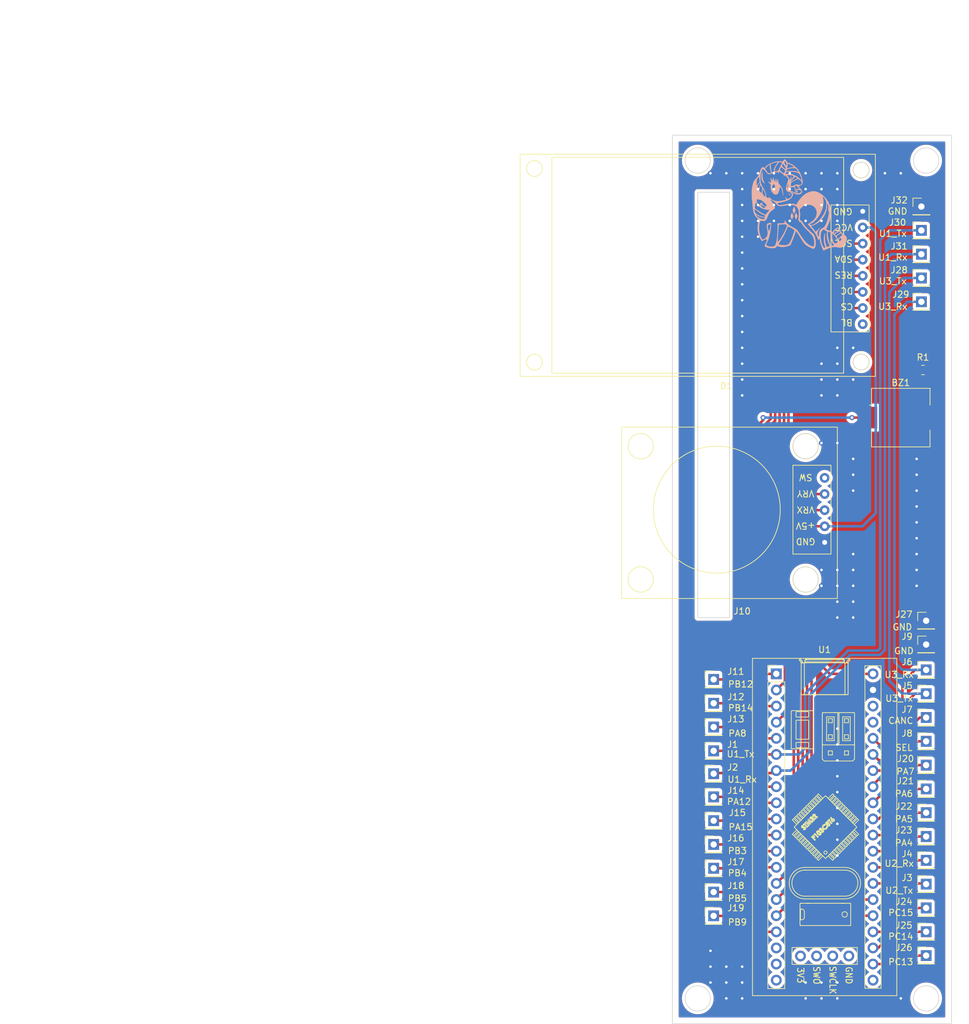
<source format=kicad_pcb>
(kicad_pcb (version 20211014) (generator pcbnew)
  (layers (0 "F.Cu" signal) (31 "B.Cu" signal) (34 "B.Paste" user) (35 "F.Paste" user) (36 "B.SilkS" user "B.Silkscreen") (37 "F.SilkS" user "F.Silkscreen") (38 "B.Mask" user) (39 "F.Mask" user) (44 "Edge.Cuts" user))
  (net 0 "")
  (net 1 "Net-(J11-Pad1)")
  (net 2 "/uC_buzz")
  (net 3 "Net-(J12-Pad1)")
  (net 4 "Net-(BZ1-Pad2)")
  (net 5 "Net-(J13-Pad1)")
  (net 6 "GND")
  (net 7 "/uC_3.3V")
  (net 8 "/uC_SCK")
  (net 9 "Net-(J14-Pad1)")
  (net 10 "Net-(J15-Pad1)")
  (net 11 "Net-(J16-Pad1)")
  (net 12 "Net-(J17-Pad1)")
  (net 13 "Net-(J18-Pad1)")
  (net 14 "/uC_MOSI")
  (net 15 "/uC_RES")
  (net 16 "/uC_DC")
  (net 17 "Net-(J19-Pad1)")
  (net 18 "/uC_CS")
  (net 22 "Net-(J20-Pad1)")
  (net 23 "Net-(J21-Pad1)")
  (net 24 "Net-(J22-Pad1)")
  (net 25 "/uC_UART1_Tx")
  (net 26 "/uC_UART1_Rx")
  (net 27 "/uC_UART2_Tx")
  (net 28 "/uC_UART2_Rx")
  (net 29 "Net-(J23-Pad1)")
  (net 30 "Net-(J24-Pad1)")
  (net 31 "Net-(J25-Pad1)")
  (net 32 "Net-(J26-Pad1)")
  (net 33 "/uC_UART3_Tx")
  (net 34 "/uC_UART3_Rx")
  (net 35 "/uC_CANCEL")
  (net 36 "/uC_SELECT")
  (net 44 "/uC_ADC0")
  (net 45 "/uC_ADC1")
  (net 46 "/uC_5V")
  (footprint "Connector_PinHeader_2.54mm:PinHeader_1x01_P2.54mm_Vertical" (layer "F.Cu") (at 112.5 118)
    (fp_text reference "J1" (at 3 -1) (layer "F.SilkS"))
    (fp_text value "Conn_01x01_Male")
    (pad "1" thru_hole rect (at 0 0) (size 1.7 1.7) (drill 1) (layers *.Cu *.Mask) (net 25 "/uC_UART1_Tx"))
  )
  (footprint "Connector_PinHeader_2.54mm:PinHeader_1x01_P2.54mm_Vertical" (layer "F.Cu") (at 145.25 39.75)
    (fp_text reference "J31" (at -3.5 -1.25) (layer "F.SilkS"))
    (fp_text value "Conn_01x01_Male")
    (pad "1" thru_hole rect (at 0 0) (size 1.7 1.7) (drill 1) (layers *.Cu *.Mask) (net 26 "/uC_UART1_Rx"))
  )
  (footprint "Connector_PinHeader_2.54mm:PinHeader_1x01_P2.54mm_Vertical" (layer "F.Cu") (at 146 142.75)
    (fp_text reference "J24" (at -3.5 -1) (layer "F.SilkS"))
    (fp_text value "Conn_01x01_Male")
    (pad "1" thru_hole rect (at 0 0) (size 1.7 1.7) (drill 1) (layers *.Cu *.Mask) (net 30 "Net-(J24-Pad1)"))
  )
  (footprint "Connector_PinHeader_2.54mm:PinHeader_1x01_P2.54mm_Vertical" (layer "F.Cu") (at 146 120.25)
    (fp_text reference "J20" (at -3.25 -1) (layer "F.SilkS"))
    (fp_text value "Conn_01x01_Male")
    (pad "1" thru_hole rect (at 0 0) (size 1.7 1.7) (drill 1) (layers *.Cu *.Mask) (net 22 "Net-(J20-Pad1)"))
  )
  (footprint "Connector_PinHeader_2.54mm:PinHeader_1x01_P2.54mm_Vertical" (layer "F.Cu") (at 146 139)
    (fp_text reference "J3" (at -3 -1) (layer "F.SilkS"))
    (fp_text value "Conn_01x01_Male")
    (pad "1" thru_hole rect (at 0 0) (size 1.7 1.7) (drill 1) (layers *.Cu *.Mask) (net 27 "/uC_UART2_Tx"))
  )
  (footprint "Connector_PinHeader_2.54mm:PinHeader_1x01_P2.54mm_Vertical" (layer "F.Cu") (at 112.5 106.75)
    (fp_text reference "J11" (at 3.5 -1.25) (layer "F.SilkS"))
    (fp_text value "Conn_01x01_Male")
    (pad "1" thru_hole rect (at 0 0) (size 1.7 1.7) (drill 1) (layers *.Cu *.Mask) (net 1 "Net-(J11-Pad1)"))
  )
  (footprint "Displays_Ali:Display_Ali (ST7735)" (layer "F.Cu") (at 110 40 180)
    (fp_text reference "D1" (at -4.5 -20.5 unlocked) (layer "F.SilkS"))
    (fp_text value "Display_Ali" hide)
    (fp_text user "VCC" (at -23 4.5 180 unlocked) (layer "F.SilkS"))
    (fp_text user "DC" (at -23.5 -5.5 180 unlocked) (layer "F.SilkS"))
    (fp_text user "SDA" (at -23 -0.5 180 unlocked) (layer "F.SilkS"))
    (fp_text user "SCL" (at -23 2 180 unlocked) (layer "F.SilkS"))
    (fp_text user "GND" (at -22.86 7 180 unlocked) (layer "F.SilkS"))
    (fp_text user "RES" (at -23 -3 180 unlocked) (layer "F.SilkS"))
    (fp_text user "BL" (at -23.5 -10.5 180 unlocked) (layer "F.SilkS"))
    (fp_text user "CS" (at -23.5 -8 180 unlocked) (layer "F.SilkS"))
    (pad "1" thru_hole circle (at -26 7 180) (size 1.524 1.524) (drill 0.762) (layers *.Cu *.Mask) (net 6 "GND"))
    (pad "2" thru_hole circle (at -26 4.46 180) (size 1.524 1.524) (drill 0.762) (layers *.Cu *.Mask) (net 7 "/uC_3.3V"))
    (pad "3" thru_hole circle (at -26 1.92 180) (size 1.524 1.524) (drill 0.762) (layers *.Cu *.Mask) (net 8 "/uC_SCK"))
    (pad "4" thru_hole circle (at -26 -0.62 180) (size 1.524 1.524) (drill 0.762) (layers *.Cu *.Mask) (net 14 "/uC_MOSI"))
    (pad "5" thru_hole circle (at -26 -3.16 180) (size 1.524 1.524) (drill 0.762) (layers *.Cu *.Mask) (net 15 "/uC_RES"))
    (pad "6" thru_hole circle (at -26 -5.7 180) (size 1.524 1.524) (drill 0.762) (layers *.Cu *.Mask) (net 16 "/uC_DC"))
    (pad "7" thru_hole circle (at -26 -8.24 180) (size 1.524 1.524) (drill 0.762) (layers *.Cu *.Mask) (net 18 "/uC_CS"))
    (pad "8" thru_hole circle (at -26 -10.78 180) (size 1.524 1.524) (drill 0.762) (layers *.Cu *.Mask))
  )
  (footprint "Connector_PinHeader_2.54mm:PinHeader_1x01_P2.54mm_Vertical" (layer "F.Cu") (at 112.5 140.25)
    (fp_text reference "J18" (at 3.5 -1) (layer "F.SilkS"))
    (fp_text value "Conn_01x01_Male")
    (pad "1" thru_hole rect (at 0 0) (size 1.7 1.7) (drill 1) (layers *.Cu *.Mask) (net 13 "Net-(J18-Pad1)"))
  )
  (footprint "Connector_PinHeader_2.54mm:PinHeader_1x01_P2.54mm_Vertical" (layer "F.Cu") (at 145.25 43.5)
    (fp_text reference "J28" (at -3.5 -1.25) (layer "F.SilkS"))
    (fp_text value "Conn_01x01_Male")
    (pad "1" thru_hole rect (at 0 0) (size 1.7 1.7) (drill 1) (layers *.Cu *.Mask) (net 33 "/uC_UART3_Tx"))
  )
  (footprint "Connector_PinHeader_2.54mm:PinHeader_1x01_P2.54mm_Vertical" (layer "F.Cu") (at 112.5 132.75)
    (fp_text reference "J16" (at 3.5 -1) (layer "F.SilkS"))
    (fp_text value "Conn_01x01_Male")
    (pad "1" thru_hole rect (at 0 0) (size 1.7 1.7) (drill 1) (layers *.Cu *.Mask) (net 11 "Net-(J16-Pad1)"))
  )
  (footprint "Connector_PinHeader_2.54mm:PinHeader_1x01_P2.54mm_Vertical" (layer "F.Cu") (at 145.25 36)
    (fp_text reference "J30" (at -3.75 -1.25) (layer "F.SilkS"))
    (fp_text value "Conn_01x01_Male")
    (pad "1" thru_hole rect (at 0 0) (size 1.7 1.7) (drill 1) (layers *.Cu *.Mask) (net 25 "/uC_UART1_Tx"))
  )
  (footprint "Connector_PinHeader_2.54mm:PinHeader_1x01_P2.54mm_Vertical" (layer "F.Cu") (at 146 135.25)
    (fp_text reference "J4" (at -3 -1) (layer "F.SilkS"))
    (fp_text value "Conn_01x01_Male")
    (pad "1" thru_hole rect (at 0 0) (size 1.7 1.7) (drill 1) (layers *.Cu *.Mask) (net 28 "/uC_UART2_Rx"))
  )
  (footprint "Connector_PinHeader_2.54mm:PinHeader_1x01_P2.54mm_Vertical" (layer "F.Cu") (at 146 105.25)
    (fp_text reference "J6" (at -3 -1.25) (layer "F.SilkS"))
    (fp_text value "Conn_01x01_Male")
    (pad "1" thru_hole rect (at 0 0) (size 1.7 1.7) (drill 1) (layers *.Cu *.Mask) (net 34 "/uC_UART3_Rx"))
  )
  (footprint "Project_Library:YAAJ_BluePill_SWD_1" (layer "F.Cu") (at 122.38 105.87)
    (fp_text reference "U1" (at 7.62 -3.81) (layer "F.SilkS"))
    (fp_text value "YAAJ_BluePill_Part_Like_SWD_Breakout" hide)
    (fp_text user "GND" (at 11.43 47.498 270 unlocked) (layer "F.SilkS") (effects (font (size 1 0.9))))
    (fp_text user "SWCLK" (at 8.89 48.26 270 unlocked) (layer "F.SilkS") (effects (font (size 1 0.9))))
    (fp_text user "3V3" (at 3.81 47.498 270 unlocked) (layer "F.SilkS") (effects (font (size 1 0.9))))
    (fp_text user "SWO" (at 6.35 47.498 270 unlocked) (layer "F.SilkS") (effects (font (size 1 0.9))))
    (pad "1" thru_hole rect (at 0 0) (size 1.7 1.7) (drill 1) (layers *.Cu *.Mask) (net 1 "Net-(J11-Pad1)"))
    (pad "2" thru_hole circle (at 0 2.54) (size 1.7 1.7) (drill 1) (layers *.Cu *.Mask) (net 8 "/uC_SCK"))
    (pad "3" thru_hole circle (at 0 5.08) (size 1.7 1.7) (drill 1) (layers *.Cu *.Mask) (net 3 "Net-(J12-Pad1)"))
    (pad "4" thru_hole circle (at 0 7.62) (size 1.7 1.7) (drill 1) (layers *.Cu *.Mask) (net 14 "/uC_MOSI"))
    (pad "5" thru_hole circle (at 0 10.16) (size 1.7 1.7) (drill 1) (layers *.Cu *.Mask) (net 5 "Net-(J13-Pad1)"))
    (pad "6" thru_hole circle (at 0 12.7) (size 1.7 1.7) (drill 1) (layers *.Cu *.Mask) (net 25 "/uC_UART1_Tx"))
    (pad "7" thru_hole circle (at 0 15.24) (size 1.7 1.7) (drill 1) (layers *.Cu *.Mask) (net 26 "/uC_UART1_Rx"))
    (pad "8" thru_hole circle (at 0 17.78) (size 1.7 1.7) (drill 1) (layers *.Cu *.Mask) (net 2 "/uC_buzz"))
    (pad "9" thru_hole circle (at 0 20.32) (size 1.7 1.7) (drill 1) (layers *.Cu *.Mask) (net 9 "Net-(J14-Pad1)"))
    (pad "10" thru_hole circle (at 0 22.86) (size 1.7 1.7) (drill 1) (layers *.Cu *.Mask) (net 10 "Net-(J15-Pad1)"))
    (pad "11" thru_hole circle (at 0 25.4) (size 1.7 1.7) (drill 1) (layers *.Cu *.Mask) (net 11 "Net-(J16-Pad1)"))
    (pad "12" thru_hole circle (at 0 27.94) (size 1.7 1.7) (drill 1) (layers *.Cu *.Mask) (net 12 "Net-(J17-Pad1)"))
    (pad "13" thru_hole circle (at 0 30.48) (size 1.7 1.7) (drill 1) (layers *.Cu *.Mask) (net 13 "Net-(J18-Pad1)"))
    (pad "14" thru_hole circle (at 0 33.02) (size 1.7 1.7) (drill 1) (layers *.Cu *.Mask) (net 15 "/uC_RES"))
    (pad "15" thru_hole circle (at 0 35.56) (size 1.7 1.7) (drill 1) (layers *.Cu *.Mask) (net 16 "/uC_DC"))
    (pad "16" thru_hole circle (at 0 38.1) (size 1.7 1.7) (drill 1) (layers *.Cu *.Mask) (net 18 "/uC_CS"))
    (pad "17" thru_hole circle (at 0 40.64) (size 1.7 1.7) (drill 1) (layers *.Cu *.Mask) (net 17 "Net-(J19-Pad1)"))
    (pad "18" thru_hole circle (at 0 43.18) (size 1.7 1.7) (drill 1) (layers *.Cu *.Mask) (net 46 "/uC_5V"))
    (pad "19" thru_hole circle (at 0 45.72) (size 1.7 1.7) (drill 1) (layers *.Cu *.Mask))
    (pad "20" thru_hole circle (at 0 48.26) (size 1.7 1.7) (drill 1) (layers *.Cu *.Mask))
    (pad "21" thru_hole circle (at 15.24 48.26) (size 1.7 1.7) (drill 1) (layers *.Cu *.Mask))
    (pad "22" thru_hole circle (at 15.24 45.72) (size 1.7 1.7) (drill 1) (layers *.Cu *.Mask) (net 32 "Net-(J26-Pad1)"))
    (pad "23" thru_hole circle (at 15.24 43.18) (size 1.7 1.7) (drill 1) (layers *.Cu *.Mask) (net 31 "Net-(J25-Pad1)"))
    (pad "24" thru_hole circle (at 15.24 40.64) (size 1.7 1.7) (drill 1) (layers *.Cu *.Mask) (net 30 "Net-(J24-Pad1)"))
    (pad "25" thru_hole circle (at 15.24 38.1) (size 1.7 1.7) (drill 1) (layers *.Cu *.Mask) (net 44 "/uC_ADC0"))
    (pad "26" thru_hole circle (at 15.24 35.56) (size 1.7 1.7) (drill 1) (layers *.Cu *.Mask) (net 45 "/uC_ADC1"))
    (pad "27" thru_hole circle (at 15.24 33.02) (size 1.7 1.7) (drill 1) (layers *.Cu *.Mask) (net 27 "/uC_UART2_Tx"))
    (pad "28" thru_hole circle (at 15.24 30.48) (size 1.7 1.7) (drill 1) (layers *.Cu *.Mask) (net 28 "/uC_UART2_Rx"))
    (pad "29" thru_hole circle (at 15.24 27.94) (size 1.7 1.7) (drill 1) (layers *.Cu *.Mask) (net 29 "Net-(J23-Pad1)"))
    (pad "30" thru_hole circle (at 15.24 25.4) (size 1.7 1.7) (drill 1) (layers *.Cu *.Mask) (net 24 "Net-(J22-Pad1)"))
    (pad "31" thru_hole circle (at 15.24 22.86) (size 1.7 1.7) (drill 1) (layers *.Cu *.Mask) (net 23 "Net-(J21-Pad1)"))
    (pad "32" thru_hole circle (at 15.24 20.32) (size 1.7 1.7) (drill 1) (layers *.Cu *.Mask) (net 22 "Net-(J20-Pad1)"))
    (pad "33" thru_hole circle (at 15.24 17.78) (size 1.7 1.7) (drill 1) (layers *.Cu *.Mask) (net 36 "/uC_SELECT"))
    (pad "34" thru_hole circle (at 15.24 15.24) (size 1.7 1.7) (drill 1) (layers *.Cu *.Mask) (net 35 "/uC_CANCEL"))
    (pad "35" thru_hole circle (at 15.24 12.7) (size 1.7 1.7) (drill 1) (layers *.Cu *.Mask) (net 33 "/uC_UART3_Tx"))
    (pad "36" thru_hole circle (at 15.24 10.16) (size 1.7 1.7) (drill 1) (layers *.Cu *.Mask) (net 34 "/uC_UART3_Rx"))
    (pad "37" thru_hole circle (at 15.24 7.62) (size 1.7 1.7) (drill 1) (layers *.Cu *.Mask))
    (pad "38" thru_hole circle (at 15.24 5.08) (size 1.7 1.7) (drill 1) (layers *.Cu *.Mask))
    (pad "39" thru_hole circle (at 15.24 2.54) (size 1.7 1.7) (drill 1) (layers *.Cu *.Mask) (net 6 "GND"))
    (pad "40" thru_hole circle (at 15.24 0) (size 1.7 1.7) (drill 1) (layers *.Cu *.Mask) (net 7 "/uC_3.3V"))
    (pad "41" thru_hole circle (at 11.43 44.45) (size 1.7 1.7) (drill 1) (layers *.Cu *.Mask))
    (pad "42" thru_hole circle (at 8.89 44.45) (size 1.7 1.7) (drill 1) (layers *.Cu *.Mask))
    (pad "43" thru_hole circle (at 6.35 44.45) (size 1.7 1.7) (drill 1) (layers *.Cu *.Mask))
    (pad "44" thru_hole circle (at 3.81 44.45) (size 1.7 1.7) (drill 1) (layers *.Cu *.Mask))
  )
  (footprint "Connector_PinHeader_2.54mm:PinHeader_1x01_P2.54mm_Vertical" (layer "F.Cu") (at 146 131.5)
    (fp_text reference "J23" (at -3.5 -1) (layer "F.SilkS"))
    (fp_text value "Conn_01x01_Male")
    (pad "1" thru_hole rect (at 0 0) (size 1.7 1.7) (drill 1) (layers *.Cu *.Mask) (net 29 "Net-(J23-Pad1)"))
  )
  (footprint "Connector_PinHeader_2.54mm:PinHeader_1x01_P2.54mm_Vertical" (layer "F.Cu") (at 112.5 129)
    (fp_text reference "J15" (at 3.75 -1.25) (layer "F.SilkS"))
    (fp_text value "Conn_01x01_Male")
    (pad "1" thru_hole rect (at 0 0) (size 1.7 1.7) (drill 1) (layers *.Cu *.Mask) (net 10 "Net-(J15-Pad1)"))
  )
  (footprint "Connector_PinHeader_2.54mm:PinHeader_1x01_P2.54mm_Vertical" (layer "F.Cu") (at 146 124)
    (fp_text reference "J21" (at -3.25 -1.25) (layer "F.SilkS"))
    (fp_text value "Conn_01x01_Male")
    (pad "1" thru_hole rect (at 0 0) (size 1.7 1.7) (drill 1) (layers *.Cu *.Mask) (net 23 "Net-(J21-Pad1)"))
  )
  (footprint "Connector_PinHeader_2.54mm:PinHeader_1x01_P2.54mm_Vertical" (layer "F.Cu") (at 146 109)
    (fp_text reference "J5" (at -3 -1.25) (layer "F.SilkS"))
    (fp_text value "Conn_01x01_Male")
    (pad "1" thru_hole rect (at 0 0) (size 1.7 1.7) (drill 1) (layers *.Cu *.Mask) (net 33 "/uC_UART3_Tx"))
  )
  (footprint "Resistor_SMD:R_0805_2012Metric_Pad1.20x1.40mm_HandSolder" (layer "F.Cu") (at 145.5 58 180)
    (fp_text reference "R1" (at 0 2) (layer "F.SilkS"))
    (fp_text value "R_Small")
    (pad "1" smd roundrect (at -1 0 180) (size 1.2 1.4) (layers "F.Cu" "F.Paste" "F.Mask") (roundrect_rratio 0.2083333333) (net 4 "Net-(BZ1-Pad2)"))
    (pad "2" smd roundrect (at 1 0 180) (size 1.2 1.4) (layers "F.Cu" "F.Paste" "F.Mask") (roundrect_rratio 0.2083333333) (net 6 "GND"))
  )
  (footprint "Connector_PinHeader_2.54mm:PinHeader_1x01_P2.54mm_Vertical" (layer "F.Cu") (at 112.5 121.6)
    (fp_text reference "J2" (at 3 -1) (layer "F.SilkS"))
    (fp_text value "Conn_01x01_Male")
    (pad "1" thru_hole rect (at 0 0) (size 1.7 1.7) (drill 1) (layers *.Cu *.Mask) (net 26 "/uC_UART1_Rx"))
  )
  (footprint "Connector_PinHeader_2.54mm:PinHeader_1x01_P2.54mm_Vertical" (layer "F.Cu") (at 112.5 114.25)
    (fp_text reference "J13" (at 3.5 -1.25) (layer "F.SilkS"))
    (fp_text value "Conn_01x01_Male")
    (pad "1" thru_hole rect (at 0 0) (size 1.7 1.7) (drill 1) (layers *.Cu *.Mask) (net 5 "Net-(J13-Pad1)"))
  )
  (footprint "Connector_PinHeader_2.54mm:PinHeader_1x01_P2.54mm_Vertical" (layer "F.Cu") (at 112.5 144)
    (fp_text reference "J19" (at 3.5 -1.25) (layer "F.SilkS"))
    (fp_text value "Conn_01x01_Male")
    (pad "1" thru_hole rect (at 0 0) (size 1.7 1.7) (drill 1) (layers *.Cu *.Mask) (net 17 "Net-(J19-Pad1)"))
  )
  (footprint "Buzzer_Beeper:Buzzer_Murata_PKMCS0909E" (layer "F.Cu") (at 142 65.5)
    (fp_text reference "BZ1" (at 0 -5.5) (layer "F.SilkS"))
    (fp_text value "Buzzer")
    (pad "1" smd rect (at -4.35 0) (size 1.3 3.4) (layers "F.Cu" "F.Paste" "F.Mask") (net 2 "/uC_buzz"))
    (pad "2" smd rect (at 4.35 0) (size 1.3 3.4) (layers "F.Cu" "F.Paste" "F.Mask") (net 4 "Net-(BZ1-Pad2)"))
  )
  (footprint "Connector_PinHeader_2.54mm:PinHeader_1x01_P2.54mm_Vertical" (layer "F.Cu") (at 146 97.5)
    (fp_text reference "J27" (at -3.5 -1) (layer "F.SilkS"))
    (fp_text value "Conn_01x01_Male")
    (pad "1" thru_hole rect (at 0 0) (size 1.7 1.7) (drill 1) (layers *.Cu *.Mask) (net 6 "GND"))
  )
  (footprint "Connector_PinHeader_2.54mm:PinHeader_1x01_P2.54mm_Vertical" (layer "F.Cu") (at 112.5 136.5)
    (fp_text reference "J17" (at 3.5 -1) (layer "F.SilkS"))
    (fp_text value "Conn_01x01_Male")
    (pad "1" thru_hole rect (at 0 0) (size 1.7 1.7) (drill 1) (layers *.Cu *.Mask) (net 12 "Net-(J17-Pad1)"))
  )
  (footprint "Connector_PinHeader_2.54mm:PinHeader_1x01_P2.54mm_Vertical" (layer "F.Cu") (at 145.25 32.25)
    (fp_text reference "J32" (at -3.5 -1) (layer "F.SilkS"))
    (fp_text value "Conn_01x01_Male")
    (pad "1" thru_hole rect (at 0 0) (size 1.7 1.7) (drill 1) (layers *.Cu *.Mask) (net 6 "GND"))
  )
  (footprint "Connector_PinHeader_2.54mm:PinHeader_1x01_P2.54mm_Vertical" (layer "F.Cu") (at 146 116.5)
    (fp_text reference "J8" (at -3 -1.25) (layer "F.SilkS"))
    (fp_text value "Conn_01x01_Male")
    (pad "1" thru_hole rect (at 0 0) (size 1.7 1.7) (drill 1) (layers *.Cu *.Mask) (net 36 "/uC_SELECT"))
  )
  (footprint "Connector_PinHeader_2.54mm:PinHeader_1x01_P2.54mm_Vertical" (layer "F.Cu") (at 112.5 125.25)
    (fp_text reference "J14" (at 3.5 -1) (layer "F.SilkS"))
    (fp_text value "Conn_01x01_Male")
    (pad "1" thru_hole rect (at 0 0) (size 1.7 1.7) (drill 1) (layers *.Cu *.Mask) (net 9 "Net-(J14-Pad1)"))
  )
  (footprint "Connector_PinHeader_2.54mm:PinHeader_1x01_P2.54mm_Vertical" (layer "F.Cu") (at 146 150.25)
    (fp_text reference "J26" (at -3.5 -1.25) (layer "F.SilkS"))
    (fp_text value "Conn_01x01_Male")
    (pad "1" thru_hole rect (at 0 0) (size 1.7 1.7) (drill 1) (layers *.Cu *.Mask) (net 32 "Net-(J26-Pad1)"))
  )
  (footprint "Connector_PinHeader_2.54mm:PinHeader_1x01_P2.54mm_Vertical" (layer "F.Cu") (at 146 146.5)
    (fp_text reference "J25" (at -3.5 -1) (layer "F.SilkS"))
    (fp_text value "Conn_01x01_Male")
    (pad "1" thru_hole rect (at 0 0) (size 1.7 1.7) (drill 1) (layers *.Cu *.Mask) (net 31 "Net-(J25-Pad1)"))
  )
  (footprint "Connector_PinHeader_2.54mm:PinHeader_1x01_P2.54mm_Vertical" (layer "F.Cu") (at 112.5 110.5)
    (fp_text reference "J12" (at 3.5 -1) (layer "F.SilkS"))
    (fp_text value "Conn_01x01_Male")
    (pad "1" thru_hole rect (at 0 0) (size 1.7 1.7) (drill 1) (layers *.Cu *.Mask) (net 3 "Net-(J12-Pad1)"))
  )
  (footprint "Connector_PinHeader_2.54mm:PinHeader_1x01_P2.54mm_Vertical" (layer "F.Cu") (at 145.25 47.25)
    (fp_text reference "J29" (at -3.25 -1.15) (layer "F.SilkS"))
    (fp_text value "Conn_01x01_Male")
    (pad "1" thru_hole rect (at 0 0) (size 1.7 1.7) (drill 1) (layers *.Cu *.Mask) (net 34 "/uC_UART3_Rx"))
  )
  (footprint "Connector_PinHeader_2.54mm:PinHeader_1x01_P2.54mm_Vertical" (layer "F.Cu") (at 146 101.25)
    (fp_text reference "J9" (at -3 -1.25) (layer "F.SilkS"))
    (fp_text value "Conn_01x01_Male")
    (pad "1" thru_hole rect (at 0 0) (size 1.7 1.7) (drill 1) (layers *.Cu *.Mask) (net 6 "GND"))
  )
  (footprint "Connector_PinHeader_2.54mm:PinHeader_1x01_P2.54mm_Vertical" (layer "F.Cu") (at 146 127.75)
    (fp_text reference "J22" (at -3.5 -1) (layer "F.SilkS"))
    (fp_text value "Conn_01x01_Male")
    (pad "1" thru_hole rect (at 0 0) (size 1.7 1.7) (drill 1) (layers *.Cu *.Mask) (net 24 "Net-(J22-Pad1)"))
  )
  (footprint "Connector_PinHeader_2.54mm:PinHeader_1x01_P2.54mm_Vertical" (layer "F.Cu") (at 146 112.75)
    (fp_text reference "J7" (at -3 -1.25) (layer "F.SilkS"))
    (fp_text value "Conn_01x01_Male")
    (pad "1" thru_hole rect (at 0 0) (size 1.7 1.7) (drill 1) (layers *.Cu *.Mask) (net 35 "/uC_CANCEL"))
  )
  (footprint "joypads:Joypad_Ali" (layer "F.Cu") (at 115 80 180)
    (fp_text reference "J10" (at -2 -16 unlocked) (layer "F.SilkS"))
    (fp_text value "Joypad_Ali" hide)
    (fp_text user "VRY" (at -12 2.54 180 unlocked) (layer "F.SilkS"))
    (fp_text user "GND" (at -12 -5 180 unlocked) (layer "F.SilkS"))
    (fp_text user "+5V" (at -12 -2.54 180 unlocked) (layer "F.SilkS"))
    (fp_text user "VRX" (at -12 0 180 unlocked) (layer "F.SilkS"))
    (fp_text user "SW" (at -12 5.08 180 unlocked) (layer "F.SilkS"))
    (pad "1" thru_hole circle (at -15 5 180) (size 1.524 1.524) (drill 0.762) (layers *.Cu *.Mask))
    (pad "2" thru_hole circle (at -15 2.46 180) (size 1.524 1.524) (drill 0.762) (layers *.Cu *.Mask) (net 44 "/uC_ADC0"))
    (pad "3" thru_hole circle (at -15 -0.08 180) (size 1.524 1.524) (drill 0.762) (layers *.Cu *.Mask) (net 45 "/uC_ADC1"))
    (pad "4" thru_hole circle (at -15 -2.62 180) (size 1.524 1.524) (drill 0.762) (layers *.Cu *.Mask) (net 7 "/uC_3.3V"))
    (pad "5" thru_hole circle (at -15 -5.16 180) (size 1.524 1.524) (drill 0.762) (layers *.Cu *.Mask) (net 6 "GND"))
  )
  (footprint "LOGO" (layer "B.Cu") (at 126 32 180)
    (fp_text reference "G***" hide)
    (fp_text value "LOGO" hide)
  )
  (gr_rect (start 110 30) (end 115 97) (layer "Edge.Cuts") (width 0.1) (fill none))
  (gr_circle (center 146 157) (end 148 157) (layer "Edge.Cuts") (width 0.1) (fill none))
  (gr_circle (center 146 25) (end 148 25) (layer "Edge.Cuts") (width 0.1) (fill none))
  (gr_rect (start 106 21) (end 150 161) (layer "Edge.Cuts") (width 0.1) (fill none))
  (gr_circle (center 135.75 26.5) (end 137 26.5) (layer "Edge.Cuts") (width 0.1) (fill none))
  (gr_circle (center 110 25) (end 112 25) (layer "Edge.Cuts") (width 0.1) (fill none))
  (gr_circle (center 135.75 56.75) (end 137 56.75) (layer "Edge.Cuts") (width 0.1) (fill none))
  (gr_circle (center 110 157) (end 112 157) (layer "Edge.Cuts") (width 0.1) (fill none))
  (gr_circle (center 127 91) (end 129 91) (layer "Edge.Cuts") (width 0.1) (fill none))
  (gr_circle (center 127 70) (end 129 70) (layer "Edge.Cuts") (width 0.1) (fill none))
  (gr_text "PB14" (at 116.75 111.25) (layer "F.SilkS") (effects (font (size 1 1))))
  (gr_text "GND" (at 141.5 33) (layer "F.SilkS") (effects (font (size 1 1))))
  (gr_text "U1_Tx" (at 140.75 36.5) (layer "F.SilkS") (effects (font (size 1 1))))
  (gr_text "U2_Tx" (at 141.75 140) (layer "F.SilkS") (effects (font (size 1 1))))
  (gr_text "PA4" (at 142.5 132.5) (layer "F.SilkS") (effects (font (size 1 1))))
  (gr_text "GND" (at 142.25 98.5) (layer "F.SilkS") (effects (font (size 1 1))))
  (gr_text "PA5" (at 142.5 128.75) (layer "F.SilkS") (effects (font (size 1 1))))
  (gr_text "U1_Rx" (at 140.75 40.25) (layer "F.SilkS") (effects (font (size 1 1))))
  (gr_text "SEL" (at 142.5 117.5) (layer "F.SilkS") (effects (font (size 1 1))))
  (gr_text "PA8" (at 116.25 115.25) (layer "F.SilkS") (effects (font (size 1 1))))
  (gr_text "PB4" (at 116.25 137.25) (layer "F.SilkS") (effects (font (size 1 1))))
  (gr_text "PC15" (at 142 143.5) (layer "F.SilkS") (effects (font (size 1 1))))
  (gr_text "U3_Tx" (at 140.75 44) (layer "F.SilkS") (effects (font (size 1 1))))
  (gr_text "PA12" (at 116.5 126) (layer "F.SilkS") (effects (font (size 1 1))))
  (gr_text "U3_Rx" (at 140.75 48) (layer "F.SilkS") (effects (font (size 1 1))))
  (gr_text "PB3" (at 116.25 133.75) (layer "F.SilkS") (effects (font (size 1 1))))
  (gr_text "U3_Rx" (at 141.75 106) (layer "F.SilkS") (effects (font (size 1 1))))
  (gr_text "GND" (at 142.5 102.25) (layer "F.SilkS") (effects (font (size 1 1))))
  (gr_text "PA7" (at 142.75 121.25) (layer "F.SilkS") (effects (font (size 1 1))))
  (gr_text "PA15" (at 116.75 130) (layer "F.SilkS") (effects (font (size 1 1))))
  (gr_text "PC14" (at 142 147.25) (layer "F.SilkS") (effects (font (size 1 1))))
  (gr_text "PB9" (at 116.25 145) (layer "F.SilkS") (effects (font (size 1 1))))
  (gr_text "PB12" (at 116.75 107.5) (layer "F.SilkS") (effects (font (size 1 1))))
  (gr_text "PB5" (at 116.25 141.25) (layer "F.SilkS") (effects (font (size 1 1))))
  (gr_text "U2_Rx" (at 141.75 135.75) (layer "F.SilkS") (effects (font (size 1 1))))
  (gr_text "CANC" (at 142 113.25) (layer "F.SilkS") (effects (font (size 1 1))))
  (gr_text "PA6" (at 142.5 124.75) (layer "F.SilkS") (effects (font (size 1 1))))
  (gr_text "U1_Rx" (at 117 122.5) (layer "F.SilkS") (effects (font (size 1 1))))
  (gr_text "PC13" (at 142 151.25) (layer "F.SilkS") (effects (font (size 1 1))))
  (gr_text "U3_Tx" (at 141.75 109.75) (layer "F.SilkS") (effects (font (size 1 1))))
  (gr_text "U1_Tx" (at 116.75 118.5) (layer "F.SilkS") (effects (font (size 1 1))))
  (segment (start 117.63 105.87) (end 122.38 105.87) (width 0.4) (layer "F.Cu") (net 1))
  (segment (start 116.75 106.75) (end 117.63 105.87) (width 0.4) (layer "F.Cu") (net 1))
  (segment (start 112.5 106.75) (end 116.75 106.75) (width 0.4) (layer "F.Cu") (net 1))
  (segment (start 137.65 65.5) (end 134.3 65.5) (width 0.4) (layer "F.Cu") (net 2))
  (segment (start 111.65 123.65) (end 122.38 123.65) (width 0.4) (layer "F.Cu") (net 2))
  (segment (start 110 122) (end 111.65 123.65) (width 0.4) (layer "F.Cu") (net 2))
  (segment (start 120.3 65.9) (end 117.4 68.8) (width 0.4) (layer "F.Cu") (net 2))
  (segment (start 120.3 65.5) (end 120.3 65.9) (width 0.4) (layer "F.Cu") (net 2))
  (segment (start 117.4 98.1) (end 113.75 101.75) (width 0.4) (layer "F.Cu") (net 2))
  (segment (start 113.75 101.75) (end 111.75 101.75) (width 0.4) (layer "F.Cu") (net 2))
  (segment (start 111.75 101.75) (end 110 103.5) (width 0.4) (layer "F.Cu") (net 2))
  (segment (start 117.4 68.8) (end 117.4 98.1) (width 0.4) (layer "F.Cu") (net 2))
  (segment (start 110 103.5) (end 110 122) (width 0.4) (layer "F.Cu") (net 2))
  (via (at 120.3 65.5) (size 0.8) (drill 0.4) (layers "F.Cu" "B.Cu") (net 2))
  (via (at 134.3 65.5) (size 0.8) (drill 0.4) (layers "F.Cu" "B.Cu") (net 2))
  (segment (start 120.3 65.5) (end 134.3 65.5) (width 0.4) (layer "B.Cu") (net 2))
  (segment (start 116 110.5) (end 112.5 110.5) (width 0.4) (layer "F.Cu") (net 3))
  (segment (start 116.45 110.95) (end 116 110.5) (width 0.4) (layer "F.Cu") (net 3))
  (segment (start 122.38 110.95) (end 116.45 110.95) (width 0.4) (layer "F.Cu") (net 3))
  (segment (start 146.5 58) (end 146.35 58.15) (width 0.4) (layer "F.Cu") (net 4))
  (segment (start 146.35 58.15) (end 146.35 65.5) (width 0.4) (layer "F.Cu") (net 4))
  (segment (start 112.5 114.25) (end 115 114.25) (width 0.4) (layer "F.Cu") (net 5))
  (segment (start 115 114.25) (end 116.78 116.03) (width 0.4) (layer "F.Cu") (net 5))
  (segment (start 116.78 116.03) (end 122.38 116.03) (width 0.4) (layer "F.Cu") (net 5))
  (via (at 132 129.5) (size 0.8) (drill 0.4) (layers "F.Cu" "B.Cu") (net 6))
  (via (at 132 69.5) (size 0.8) (drill 0.4) (layers "F.Cu" "B.Cu") (net 6))
  (via (at 117 37) (size 0.8) (drill 0.4) (layers "F.Cu" "B.Cu") (net 6))
  (via (at 127 157) (size 0.8) (drill 0.4) (layers "F.Cu" "B.Cu") (net 6))
  (via (at 144.5 72) (size 0.8) (drill 0.4) (layers "F.Cu" "B.Cu") (net 6))
  (via (at 132 114.5) (size 0.8) (drill 0.4) (layers "F.Cu" "B.Cu") (net 6))
  (via (at 129.5 89.5) (size 0.8) (drill 0.4) (layers "F.Cu" "B.Cu") (net 6))
  (via (at 144.5 87) (size 0.8) (drill 0.4) (layers "F.Cu" "B.Cu") (net 6))
  (via (at 132 54.5) (size 0.8) (drill 0.4) (layers "F.Cu" "B.Cu") (net 6))
  (via (at 129.5 157) (size 0.8) (drill 0.4) (layers "F.Cu" "B.Cu") (net 6))
  (via (at 134.5 77) (size 0.8) (drill 0.4) (layers "F.Cu" "B.Cu") (net 6))
  (via (at 117 157) (size 0.8) (drill 0.4) (layers "F.Cu" "B.Cu") (net 6))
  (via (at 127 29.5) (size 0.8) (drill 0.4) (layers "F.Cu" "B.Cu") (net 6))
  (via (at 117 27) (size 0.8) (drill 0.4) (layers "F.Cu" "B.Cu") (net 6))
  (via (at 134.5 87) (size 0.8) (drill 0.4) (layers "F.Cu" "B.Cu") (net 6))
  (via (at 142 157) (size 0.8) (drill 0.4) (layers "F.Cu" "B.Cu") (net 6))
  (via (at 117 39.5) (size 0.8) (drill 0.4) (layers "F.Cu" "B.Cu") (net 6))
  (via (at 132 59.5) (size 0.8) (drill 0.4) (layers "F.Cu" "B.Cu") (net 6))
  (via (at 129.5 34.5) (size 0.8) (drill 0.4) (layers "F.Cu" "B.Cu") (net 6))
  (via (at 129.5 92) (size 0.8) (drill 0.4) (layers "F.Cu" "B.Cu") (net 6))
  (via (at 119.5 27) (size 0.8) (drill 0.4) (layers "F.Cu" "B.Cu") (net 6))
  (via (at 117 52) (size 0.8) (drill 0.4) (layers "F.Cu" "B.Cu") (net 6))
  (via (at 142 27) (size 0.8) (drill 0.4) (layers "F.Cu" "B.Cu") (net 6))
  (via (at 122 32) (size 0.8) (drill 0.4) (layers "F.Cu" "B.Cu") (net 6))
  (via (at 119.5 34.5) (size 0.8) (drill 0.4) (layers "F.Cu" "B.Cu") (net 6))
  (via (at 112 154.5) (size 0.8) (drill 0.4) (layers "F.Cu" "B.Cu") (net 6))
  (via (at 132 29.5) (size 0.8) (drill 0.4) (layers "F.Cu" "B.Cu") (net 6))
  (via (at 112 27) (size 0.8) (drill 0.4) (layers "F.Cu" "B.Cu") (net 6))
  (via (at 132 132) (size 0.8) (drill 0.4) (layers "F.Cu" "B.Cu") (net 6))
  (via (at 117 62) (size 0.8) (drill 0.4) (layers "F.Cu" "B.Cu") (net 6))
  (via (at 117 32) (size 0.8) (drill 0.4) (layers "F.Cu" "B.Cu") (net 6))
  (via (at 117 42) (size 0.8) (drill 0.4) (layers "F.Cu" "B.Cu") (net 6))
  (via (at 129.5 154.5) (size 0.8) (drill 0.4) (layers "F.Cu" "B.Cu") (net 6))
  (via (at 134.5 74.5) (size 0.8) (drill 0.4) (layers "F.Cu" "B.Cu") (net 6))
  (via (at 134.5 97) (size 0.8) (drill 0.4) (layers "F.Cu" "B.Cu") (net 6))
  (via (at 122 34.5) (size 0.8) (drill 0.4) (layers "F.Cu" "B.Cu") (net 6))
  (via (at 132 127) (size 0.8) (drill 0.4) (layers "F.Cu" "B.Cu") (net 6))
  (via (at 117 44.5) (size 0.8) (drill 0.4) (layers "F.Cu" "B.Cu") (net 6))
  (via (at 129.5 62) (size 0.8) (drill 0.4) (layers "F.Cu" "B.Cu") (net 6))
  (via (at 114.5 27) (size 0.8) (drill 0.4) (layers "F.Cu" "B.Cu") (net 6))
  (via (at 119.5 32) (size 0.8) (drill 0.4) (layers "F.Cu" "B.Cu") (net 6))
  (via (at 127 32) (size 0.8) (drill 0.4) (layers "F.Cu" "B.Cu") (net 6))
  (via (at 129.5 69.5) (size 0.8) (drill 0.4) (layers "F.Cu" "B.Cu") (net 6))
  (via (at 117 29.5) (size 0.8) (drill 0.4) (layers "F.Cu" "B.Cu") (net 6))
  (via (at 129.5 32) (size 0.8) (drill 0.4) (layers "F.Cu" "B.Cu") (net 6))
  (via (at 112 149.5) (size 0.8) (drill 0.4) (layers "F.Cu" "B.Cu") (net 6))
  (via (at 127 34.5) (size 0.8) (drill 0.4) (layers "F.Cu" "B.Cu") (net 6))
  (via (at 132 122) (size 0.8) (drill 0.4) (layers "F.Cu" "B.Cu") (net 6))
  (via (at 134.5 54.5) (size 0.8) (drill 0.4) (layers "F.Cu" "B.Cu") (net 6))
  (via (at 144.5 79.5) (size 0.8) (drill 0.4) (layers "F.Cu" "B.Cu") (net 6))
  (via (at 117 154.5) (size 0.8) (drill 0.4) (layers "F.Cu" "B.Cu") (net 6))
  (via (at 132 157) (size 0.8) (drill 0.4) (layers "F.Cu" "B.Cu") (net 6))
  (via (at 117 49.5) (size 0.8) (drill 0.4) (layers "F.Cu" "B.Cu") (net 6))
  (via (at 124.5 32) (size 0.8) (drill 0.4) (layers "F.Cu" "B.Cu") (net 6))
  (via (at 127 27) (size 0.8) (drill 0.4) (layers "F.Cu" "B.Cu") (net 6))
  (via (at 122 27) (size 0.8) (drill 0.4) (layers "F.Cu" "B.Cu") (net 6))
  (via (at 117 57) (size 0.8) (drill 0.4) (layers "F.Cu" "B.Cu") (net 6))
  (via (at 132 119.5) (size 0.8) (drill 0.4) (layers "F.Cu" "B.Cu") (net 6))
  (via (at 114.5 157) (size 0.8) (drill 0.4) (layers "F.Cu" "B.Cu") (net 6))
  (via (at 144.5 77) (size 0.8) (drill 0.4) (layers "F.Cu" "B.Cu") (net 6))
  (via (at 144.5 84.5) (size 0.8) (drill 0.4) (layers "F.Cu" "B.Cu") (net 6))
  (via (at 117 47) (size 0.8) (drill 0.4) (layers "F.Cu" "B.Cu") (net 6))
  (via (at 132 57) (size 0.8) (drill 0.4) (layers "F.Cu" "B.Cu") (net 6))
  (via (at 132 62) (size 0.8) (drill 0.4) (layers "F.Cu" "B.Cu") (net 6))
  (via (at 124.5 27) (size 0.8) (drill 0.4) (layers "F.Cu" "B.Cu") (net 6))
  (via (at 144.5 82) (size 0.8) (drill 0.4) (layers "F.Cu" "B.Cu") (net 6))
  (via (at 129.5 29.5) (size 0.8) (drill 0.4) (layers "F.Cu" "B.Cu") (net 6))
  (via (at 124.5 29.5) (size 0.8) (drill 0.4) (layers "F.Cu" "B.Cu") (net 6))
  (via (at 117 54.5) (size 0.8) (drill 0.4) (layers "F.Cu" "B.Cu") (net 6))
  (via (at 132 117) (size 0.8) (drill 0.4) (layers "F.Cu" "B.Cu") (net 6))
  (via (at 132 27) (size 0.8) (drill 0.4) (layers "F.Cu" "B.Cu") (net 6))
  (via (at 132 134.5) (size 0.8) (drill 0.4) (layers "F.Cu" "B.Cu") (net 6))
  (via (at 134.5 59.5) (size 0.8) (drill 0.4) (layers "F.Cu" "B.Cu") (net 6))
  (via (at 132 124.5) (size 0.8) (drill 0.4) (layers "F.Cu" "B.Cu") (net 6))
  (via (at 144.5 89.5) (size 0.8) (drill 0.4) (layers "F.Cu" "B.Cu") (net 6))
  (via (at 132 32) (size 0.8) (drill 0.4) (layers "F.Cu" "B.Cu") (net 6))
  (via (at 132 92) (size 0.8) (drill 0.4) (layers "F.Cu" "B.Cu") (net 6))
  (via (at 134.5 94.5) (size 0.8) (drill 0.4) (layers "F.Cu" "B.Cu") (net 6))
  (via (at 114.5 152) (size 0.8) (drill 0.4) (layers "F.Cu" "B.Cu") (net 6))
  (via (at 129.5 59.5) (size 0.8) (drill 0.4) (layers "F.Cu" "B.Cu") (net 6))
  (via (at 132 154.5) (size 0.8) (drill 0.4) (layers "F.Cu" "B.Cu") (net 6))
  (via (at 132 97) (size 0.8) (drill 0.4) (layers "F.Cu" "B.Cu") (net 6))
  (via (at 117 152) (size 0.8) (drill 0.4) (layers "F.Cu" "B.Cu") (net 6))
  (via (at 129.5 27) (size 0.8) (drill 0.4) (layers "F.Cu" "B.Cu") (net 6))
  (via (at 129.5 57) (size 0.8) (drill 0.4) (layers "F.Cu" "B.Cu") (net 6))
  (via (at 144.5 74.5) (size 0.8) (drill 0.4) (layers "F.Cu" "B.Cu") (net 6))
  (via (at 132 94.5) (size 0.8) (drill 0.4) (layers "F.Cu" "B.Cu") (net 6))
  (via (at 124.5 34.5) (size 0.8) (drill 0.4) (layers "F.Cu" "B.Cu") (net 6))
  (via (at 119.5 29.5) (size 0.8) (drill 0.4) (layers "F.Cu" "B.Cu") (net 6))
  (via (at 134.5 72) (size 0.8) (drill 0.4) (layers "F.Cu" "B.Cu") (net 6))
  (via (at 127 154.5) (size 0.8) (drill 0.4) (layers "F.Cu" "B.Cu") (net 6))
  (via (at 112 152) (size 0.8) (drill 0.4) (layers "F.Cu" "B.Cu") (net 6))
  (via (at 117 59.5) (size 0.8) (drill 0.4) (layers "F.Cu" "B.Cu") (net 6))
  (via (at 122 29.5) (size 0.8) (drill 0.4) (layers "F.Cu" "B.Cu") (net 6))
  (via (at 132 34.5) (size 0.8) (drill 0.4) (layers "F.Cu" "B.Cu") (net 6))
  (via (at 132 89.5) (size 0.8) (drill 0.4) (layers "F.Cu" "B.Cu") (net 6))
  (via (at 117 34.5) (size 0.8) (drill 0.4) (layers "F.Cu" "B.Cu") (net 6))
  (via (at 144.5 92) (size 0.8) (drill 0.4) (layers "F.Cu" "B.Cu") (net 6))
  (via (at 114.5 154.5) (size 0.8) (drill 0.4) (layers "F.Cu" "B.Cu") (net 6))
  (via (at 134.5 89.5) (size 0.8) (drill 0.4) (layers "F.Cu" "B.Cu") (net 6))
  (via (at 139.5 27) (size 0.8) (drill 0.4) (layers "F.Cu" "B.Cu") (net 6))
  (via (at 134.5 92) (size 0.8) (drill 0.4) (layers "F.Cu" "B.Cu") (net 6))
  (via (at 119.5 37) (size 0.8) (drill 0.4) (layers "F.Cu" "B.Cu") (net 6))
  (segment (start 128.63 103.7) (end 128.63 100.790303) (width 0.4) (layer "F.Cu") (net 7))
  (segment (start 123 86.1) (end 126.48 82.62) (width 0.4) (layer "F.Cu") (net 7))
  (segment (start 130.8 105.87) (end 128.63 103.7) (width 0.4) (layer "F.Cu") (net 7))
  (segment (start 137.62 105.87) (end 130.8 105.87) (width 0.4) (layer "F.Cu") (net 7))
  (segment (start 123 95.1603) (end 123 86.1) (width 0.4) (layer "F.Cu") (net 7))
  (segment (start 126.48 82.62) (end 130 82.62) (width 0.4) (layer "F.Cu") (net 7))
  (segment (start 128.63 100.790303) (end 123 95.1603) (width 0.4) (layer "F.Cu") (net 7))
  (segment (start 135.98 82.62) (end 138.05 80.55) (width 0.4) (layer "B.Cu") (net 7))
  (segment (start 130 82.62) (end 135.98 82.62) (width 0.4) (layer "B.Cu") (net 7))
  (segment (start 138.05 80.55) (end 138.05 36.25) (width 0.4) (layer "B.Cu") (net 7))
  (segment (start 137.34 35.54) (end 136 35.54) (width 0.4) (layer "B.Cu") (net 7))
  (segment (start 138.05 36.25) (end 137.34 35.54) (width 0.4) (layer "B.Cu") (net 7))
  (segment (start 122.38 108.41) (end 123.73 107.06) (width 0.4) (layer "F.Cu") (net 8))
  (segment (start 118.1 97.2) (end 118.1 69.08995) (width 0.4) (layer "F.Cu") (net 8))
  (segment (start 121.5 44) (end 127.42 38.08) (width 0.4) (layer "F.Cu") (net 8))
  (segment (start 121.5 65.68995) (end 121.5 44) (width 0.4) (layer "F.Cu") (net 8))
  (segment (start 118.1 69.08995) (end 121.5 65.68995) (width 0.4) (layer "F.Cu") (net 8))
  (segment (start 123.73 102.83) (end 118.1 97.2) (width 0.4) (layer "F.Cu") (net 8))
  (segment (start 123.73 107.06) (end 123.73 102.83) (width 0.4) (layer "F.Cu") (net 8))
  (segment (start 127.42 38.08) (end 136 38.08) (width 0.4) (layer "F.Cu") (net 8))
  (segment (start 112.5 125.25) (end 118.25 125.25) (width 0.4) (layer "F.Cu") (net 9))
  (segment (start 119.19 126.19) (end 122.38 126.19) (width 0.4) (layer "F.Cu") (net 9))
  (segment (start 118.25 125.25) (end 119.19 126.19) (width 0.4) (layer "F.Cu") (net 9))
  (segment (start 118.75 129) (end 119.02 128.73) (width 0.4) (layer "F.Cu") (net 10))
  (segment (start 112.5 129) (end 118.75 129) (width 0.4) (layer "F.Cu") (net 10))
  (segment (start 119.02 128.73) (end 122.38 128.73) (width 0.4) (layer "F.Cu") (net 10))
  (segment (start 119.48 131.27) (end 122.38 131.27) (width 0.4) (layer "F.Cu") (net 11))
  (segment (start 118 132.75) (end 119.48 131.27) (width 0.4) (layer "F.Cu") (net 11))
  (segment (start 112.5 132.75) (end 118 132.75) (width 0.4) (layer "F.Cu") (net 11))
  (segment (start 116.25 136.5) (end 118.94 133.81) (width 0.4) (layer "F.Cu") (net 12))
  (segment (start 112.5 136.5) (end 116.25 136.5) (width 0.4) (layer "F.Cu") (net 12))
  (segment (start 118.94 133.81) (end 122.38 133.81) (width 0.4) (layer "F.Cu") (net 12))
  (segment (start 115.25 140.25) (end 119.15 136.35) (width 0.4) (layer "F.Cu") (net 13))
  (segment (start 119.15 136.35) (end 122.38 136.35) (width 0.4) (layer "F.Cu") (net 13))
  (segment (start 112.5 140.25) (end 115.25 140.25) (width 0.4) (layer "F.Cu") (net 13))
  (segment (start 122.2 44.3) (end 125.88 40.62) (width 0.4) (layer "F.Cu") (net 14))
  (segment (start 118.8 69.3799) (end 122.2 65.9799) (width 0.4) (layer "F.Cu") (net 14))
  (segment (start 118.8 96.9) (end 118.8 69.3799) (width 0.4) (layer "F.Cu") (net 14))
  (segment (start 124.43 111.44) (end 124.43 102.53) (width 0.4) (layer "F.Cu") (net 14))
  (segment (start 122.2 65.9799) (end 122.2 44.3) (width 0.4) (layer "F.Cu") (net 14))
  (segment (start 124.43 102.53) (end 118.8 96.9) (width 0.4) (layer "F.Cu") (net 14))
  (segment (start 125.88 40.62) (end 136 40.62) (width 0.4) (layer "F.Cu") (net 14))
  (segment (start 122.38 113.49) (end 124.43 111.44) (width 0.4) (layer "F.Cu") (net 14))
  (segment (start 122.9 66.26985) (end 119.5 69.66985) (width 0.4) (layer "F.Cu") (net 15))
  (segment (start 126.84 43.16) (end 122.9 47.1) (width 0.4) (layer "F.Cu") (net 15))
  (segment (start 122.9 47.1) (end 122.9 66.26985) (width 0.4) (layer "F.Cu") (net 15))
  (segment (start 125.13 136.14) (end 122.38 138.89) (width 0.4) (layer "F.Cu") (net 15))
  (segment (start 119.5 69.66985) (end 119.5 96.61005) (width 0.4) (layer "F.Cu") (net 15))
  (segment (start 136 43.16) (end 126.84 43.16) (width 0.4) (layer "F.Cu") (net 15))
  (segment (start 119.5 96.61005) (end 125.13 102.24005) (width 0.4) (layer "F.Cu") (net 15))
  (segment (start 125.13 102.24005) (end 125.13 136.14) (width 0.4) (layer "F.Cu") (net 15))
  (segment (start 125.83 137.98) (end 122.38 141.43) (width 0.4) (layer "F.Cu") (net 16))
  (segment (start 120.2 69.9598) (end 120.2 96.3201) (width 0.4) (layer "F.Cu") (net 16))
  (segment (start 128.3 45.7) (end 123.6 50.4) (width 0.4) (layer "F.Cu") (net 16))
  (segment (start 125.83 101.950101) (end 125.83 137.98) (width 0.4) (layer "F.Cu") (net 16))
  (segment (start 136 45.7) (end 128.3 45.7) (width 0.4) (layer "F.Cu") (net 16))
  (segment (start 120.2 96.3201) (end 125.83 101.950101) (width 0.4) (layer "F.Cu") (net 16))
  (segment (start 123.6 50.4) (end 123.6 66.5598) (width 0.4) (layer "F.Cu") (net 16))
  (segment (start 123.6 66.5598) (end 120.2 69.9598) (width 0.4) (layer "F.Cu") (net 16))
  (segment (start 115.5 144) (end 118.01 146.51) (width 0.4) (layer "F.Cu") (net 17))
  (segment (start 118.01 146.51) (end 122.38 146.51) (width 0.4) (layer "F.Cu") (net 17))
  (segment (start 112.5 144) (end 115.5 144) (width 0.4) (layer "F.Cu") (net 17))
  (segment (start 136 48.24) (end 129.26 48.24) (width 0.4) (layer "F.Cu") (net 18))
  (segment (start 124.3 66.84975) (end 120.9 70.24975) (width 0.4) (layer "F.Cu") (net 18))
  (segment (start 129.26 48.24) (end 124.3 53.2) (width 0.4) (layer "F.Cu") (net 18))
  (segment (start 120.9 70.24975) (end 120.9 96.03015) (width 0.4) (layer "F.Cu") (net 18))
  (segment (start 126.53 101.660152) (end 126.53 139.82) (width 0.4) (layer "F.Cu") (net 18))
  (segment (start 126.53 139.82) (end 122.38 143.97) (width 0.4) (layer "F.Cu") (net 18))
  (segment (start 120.9 96.03015) (end 126.53 101.660152) (width 0.4) (layer "F.Cu") (net 18))
  (segment (start 124.3 53.2) (end 124.3 66.84975) (width 0.4) (layer "F.Cu") (net 18))
  (segment (start 139.5 124.31) (end 139.5 122.48995) (width 0.4) (layer "F.Cu") (net 22))
  (segment (start 141.73995 120.25) (end 146 120.25) (width 0.4) (layer "F.Cu") (net 22))
  (segment (start 137.62 126.19) (end 139.5 124.31) (width 0.4) (layer "F.Cu") (net 22))
  (segment (start 139.5 122.48995) (end 141.73995 120.25) (width 0.4) (layer "F.Cu") (net 22))
  (segment (start 138.52 128.73) (end 143.25 124) (width 0.4) (layer "F.Cu") (net 23))
  (segment (start 143.25 124) (end 146 124) (width 0.4) (layer "F.Cu") (net 23))
  (segment (start 137.62 128.73) (end 138.52 128.73) (width 0.4) (layer "F.Cu") (net 23))
  (segment (start 137.62 131.27) (end 139.73 131.27) (width 0.4) (layer "F.Cu") (net 24))
  (segment (start 143.25 127.75) (end 146 127.75) (width 0.4) (layer "F.Cu") (net 24))
  (segment (start 139.73 131.27) (end 143.25 127.75) (width 0.4) (layer "F.Cu") (net 24))
  (segment (start 112.5 118) (end 116.5 118) (width 0.4) (layer "F.Cu") (net 25))
  (segment (start 117.07 118.57) (end 122.38 118.57) (width 0.4) (layer "F.Cu") (net 25))
  (segment (start 116.5 118) (end 117.07 118.57) (width 0.4) (layer "F.Cu") (net 25))
  (segment (start 138.41005 102.2) (end 133.71005 102.2) (width 0.4) (layer "B.Cu") (net 25))
  (segment (start 133.71005 102.2) (end 126.93 108.98005) (width 0.4) (layer "B.Cu") (net 25))
  (segment (start 138.75 101.86005) (end 138.41005 102.2) (width 0.4) (layer "B.Cu") (net 25))
  (segment (start 126.93 108.98005) (end 126.93 117.57) (width 0.4) (layer "B.Cu") (net 25))
  (segment (start 140.25 36) (end 138.75 37.5) (width 0.4) (layer "B.Cu") (net 25))
  (segment (start 125.93 118.57) (end 122.38 118.57) (width 0.4) (layer "B.Cu") (net 25))
  (segment (start 138.75 37.5) (end 138.75 101.86005) (width 0.4) (layer "B.Cu") (net 25))
  (segment (start 145.25 36) (end 140.25 36) (width 0.4) (layer "B.Cu") (net 25))
  (segment (start 126.93 117.57) (end 125.93 118.57) (width 0.4) (layer "B.Cu") (net 25))
  (segment (start 121.99 121.5) (end 122.38 121.11) (width 0.4) (layer "F.Cu") (net 26))
  (segment (start 112.5 121.5) (end 121.99 121.5) (width 0.4) (layer "F.Cu") (net 26))
  (segment (start 139.5 40.75) (end 140.5 39.75) (width 0.4) (layer "B.Cu") (net 26))
  (segment (start 138.7 102.9) (end 139.5 102.1) (width 0.4) (layer "B.Cu") (net 26))
  (segment (start 140.5 39.75) (end 145.25 39.75) (width 0.4) (layer "B.Cu") (net 26))
  (segment (start 127.63 118.12) (end 127.63 109.27) (width 0.4) (layer "B.Cu") (net 26))
  (segment (start 139.5 102.1) (end 139.5 40.75) (width 0.4) (layer "B.Cu") (net 26))
  (segment (start 124.64 121.11) (end 127.63 118.12) (width 0.4) (layer "B.Cu") (net 26))
  (segment (start 127.63 109.27) (end 134 102.9) (width 0.4) (layer "B.Cu") (net 26))
  (segment (start 134 102.9) (end 138.7 102.9) (width 0.4) (layer "B.Cu") (net 26))
  (segment (start 122.38 121.11) (end 124.64 121.11) (width 0.4) (layer "B.Cu") (net 26))
  (segment (start 145.89 138.89) (end 146 139) (width 0.4) (layer "F.Cu") (net 27))
  (segment (start 137.62 138.89) (end 145.89 138.89) (width 0.4) (layer "F.Cu") (net 27))
  (segment (start 143.5 135.25) (end 146 135.25) (width 0.4) (layer "F.Cu") (net 28))
  (segment (start 137.62 136.35) (end 142.4 136.35) (width 0.4) (layer "F.Cu") (net 28))
  (segment (start 142.4 136.35) (end 143.5 135.25) (width 0.4) (layer "F.Cu") (net 28))
  (segment (start 143.5 131.5) (end 146 131.5) (width 0.4) (layer "F.Cu") (net 29))
  (segment (start 141.19 133.81) (end 143.5 131.5) (width 0.4) (layer "F.Cu") (net 29))
  (segment (start 137.62 133.81) (end 141.19 133.81) (width 0.4) (layer "F.Cu") (net 29))
  (segment (start 143.75 142.75) (end 146 142.75) (width 0.4) (layer "F.Cu") (net 30))
  (segment (start 139.99 146.51) (end 143.75 142.75) (width 0.4) (layer "F.Cu") (net 30))
  (segment (start 137.62 146.51) (end 139.99 146.51) (width 0.4) (layer "F.Cu") (net 30))
  (segment (start 138.45 149.05) (end 141 146.5) (width 0.4) (layer "F.Cu") (net 31))
  (segment (start 137.62 149.05) (end 138.45 149.05) (width 0.4) (layer "F.Cu") (net 31))
  (segment (start 141 146.5) (end 146 146.5) (width 0.4) (layer "F.Cu") (net 31))
  (segment (start 137.62 151.59) (end 140.16 151.59) (width 0.4) (layer "F.Cu") (net 32))
  (segment (start 140.16 151.59) (end 141.5 150.25) (width 0.4) (layer "F.Cu") (net 32))
  (segment (start 141.5 150.25) (end 146 150.25) (width 0.4) (layer "F.Cu") (net 32))
  (segment (start 143.05 111.55) (end 143 111.5) (width 0.4) (layer "F.Cu") (net 33))
  (segment (start 138.55 119.5) (end 139.51005 119.5) (width 0.4) (layer "F.Cu") (net 33))
  (segment (start 143 110.25) (end 144.25 109) (width 0.4) (layer "F.Cu") (net 33))
  (segment (start 144.25 109) (end 146 109) (width 0.4) (layer "F.Cu") (net 33))
  (segment (start 143.05 115.96005) (end 143.05 111.55) (width 0.4) (layer "F.Cu") (net 33))
  (segment (start 137.62 118.57) (end 138.55 119.5) (width 0.4) (layer "F.Cu") (net 33))
  (segment (start 139.51005 119.5) (end 143.05 115.96005) (width 0.4) (layer "F.Cu") (net 33))
  (segment (start 143 111.5) (end 143 110.25) (width 0.4) (layer "F.Cu") (net 33))
  (segment (start 145.25 43.5) (end 142.45 43.5) (width 0.4) (layer "B.Cu") (net 33))
  (segment (start 142.25 109) (end 146 109) (width 0.4) (layer "B.Cu") (net 33))
  (segment (start 140.2 45.75) (end 140.2 106.95) (width 0.4) (layer "B.Cu") (net 33))
  (segment (start 142.45 43.5) (end 140.2 45.75) (width 0.4) (layer "B.Cu") (net 33))
  (segment (start 140.2 106.95) (end 142.25 109) (width 0.4) (layer "B.Cu") (net 33))
  (segment (start 144.25 105.25) (end 146 105.25) (width 0.4) (layer "F.Cu") (net 34))
  (segment (start 142.26005 115.76005) (end 142.26005 107.76005) (width 0.4) (layer "F.Cu") (net 34))
  (segment (start 142.25 107.25) (end 144.25 105.25) (width 0.4) (layer "F.Cu") (net 34))
  (segment (start 142.25 107.75) (end 142.25 107.25) (width 0.4) (layer "F.Cu") (net 34))
  (segment (start 140.1501 117.87) (end 142.26005 115.76005) (width 0.4) (layer "F.Cu") (net 34))
  (segment (start 137.62 116.03) (end 139.46 117.87) (width 0.4) (layer "F.Cu") (net 34))
  (segment (start 139.46 117.87) (end 140.1501 117.87) (width 0.4) (layer "F.Cu") (net 34))
  (segment (start 142.26005 107.76005) (end 142.25 107.75) (width 0.4) (layer "F.Cu") (net 34))
  (segment (start 141 104) (end 142.25 105.25) (width 0.4) (layer "B.Cu") (net 34))
  (segment (start 143 47.25) (end 141 49.25) (width 0.4) (layer "B.Cu") (net 34))
  (segment (start 145.25 47.25) (end 143 47.25) (width 0.4) (layer "B.Cu") (net 34))
  (segment (start 142.25 105.25) (end 146 105.25) (width 0.4) (layer "B.Cu") (net 34))
  (segment (start 141 49.25) (end 141 104) (width 0.4) (layer "B.Cu") (net 34))
  (segment (start 143.75 114) (end 145 112.75) (width 0.4) (layer "F.Cu") (net 35))
  (segment (start 138.89 121.11) (end 143.75 116.25) (width 0.4) (layer "F.Cu") (net 35))
  (segment (start 145 112.75) (end 146 112.75) (width 0.4) (layer "F.Cu") (net 35))
  (segment (start 143.75 116.25) (end 143.75 114) (width 0.4) (layer "F.Cu") (net 35))
  (segment (start 137.62 121.11) (end 138.89 121.11) (width 0.4) (layer "F.Cu") (net 35))
  (segment (start 144.5 116.5) (end 146 116.5) (width 0.4) (layer "F.Cu") (net 36))
  (segment (start 137.62 123.65) (end 137.62 123.38) (width 0.4) (layer "F.Cu") (net 36))
  (segment (start 137.62 123.38) (end 144.5 116.5) (width 0.4) (layer "F.Cu") (net 36))
  (segment (start 127.23 138.23) (end 132.97 143.97) (width 0.4) (layer "F.Cu") (net 44))
  (segment (start 121.6 81) (end 121.6 95.7402) (width 0.4) (layer "F.Cu") (net 44))
  (segment (start 127.23 101.370202) (end 127.23 138.23) (width 0.4) (layer "F.Cu") (net 44))
  (segment (start 121.6 95.7402) (end 127.23 101.370202) (width 0.4) (layer "F.Cu") (net 44))
  (segment (start 132.97 143.97) (end 137.62 143.97) (width 0.4) (layer "F.Cu") (net 44))
  (segment (start 125.06 77.54) (end 121.6 81) (width 0.4) (layer "F.Cu") (net 44))
  (segment (start 130 77.54) (end 125.06 77.54) (width 0.4) (layer "F.Cu") (net 44))
  (segment (start 122.3 95.45025) (end 127.93 101.080253) (width 0.4) (layer "F.Cu") (net 45))
  (segment (start 126.22 80.08) (end 122.3 84) (width 0.4) (layer "F.Cu") (net 45))
  (segment (start 130 80.08) (end 126.22 80.08) (width 0.4) (layer "F.Cu") (net 45))
  (segment (start 131.43 141.43) (end 137.62 141.43) (width 0.4) (layer "F.Cu") (net 45))
  (segment (start 127.93 137.93) (end 131.43 141.43) (width 0.4) (layer "F.Cu") (net 45))
  (segment (start 122.3 84) (end 122.3 95.45025) (width 0.4) (layer "F.Cu") (net 45))
  (segment (start 127.93 101.080253) (end 127.93 137.93) (width 0.4) (layer "F.Cu") (net 45))
  (zone (net 6) (net_name "GND") (layers F&B.Cu) (name "stitch_zone_1") (connect_pads yes (clearance 0.508)) (min_thickness 0.254) (fill yes (thermal_gap 0.508) (thermal_bridge_width 0.508))
    (polygon (pts (xy 107 22) (xy 149 22) (xy 149 160) (xy 107 160)))
  )
)
</source>
